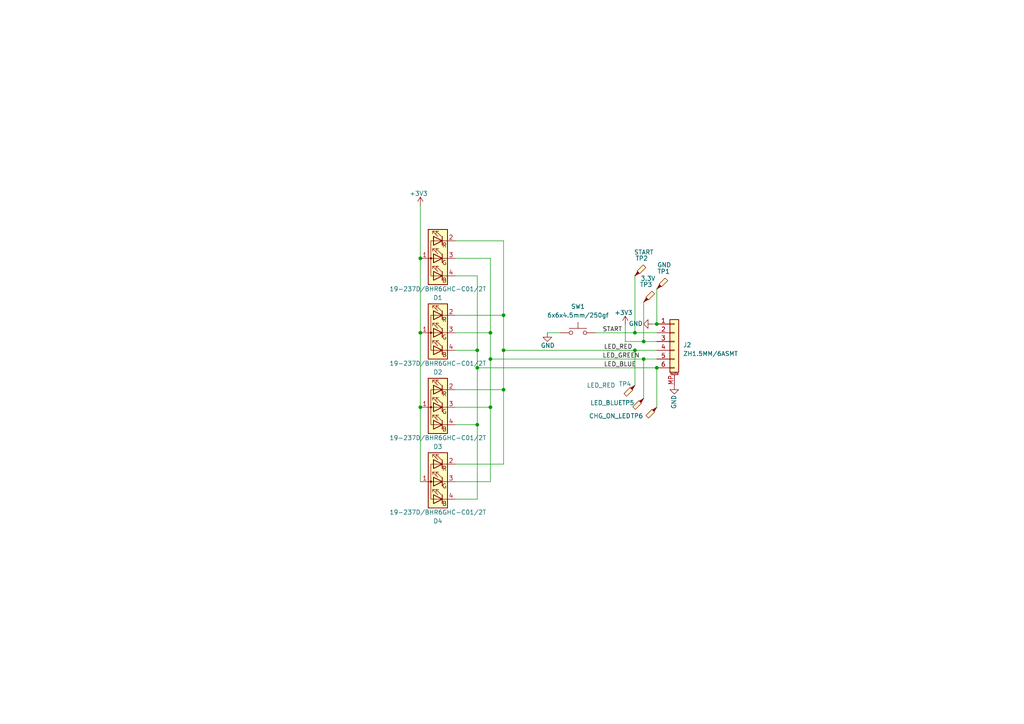
<source format=kicad_sch>
(kicad_sch (version 20231120) (generator "eeschema") (generator_version "8.0")
  (paper "A4")
  (title_block (title "EZS-01-Switch") (date "2022-10-26") (rev "V0.1") (company "Timye"))
  (lib_symbols
    (symbol "Connector:TestPoint_Probe" (pin_numbers hide) (pin_names (offset 0.762) hide)
      (property "Reference" "TP" (at 1.651 5.842 0))
      (property "Value" "TestPoint_Probe" (at 1.651 4.064 0))
      (symbol "TestPoint_Probe_0_1"
        (polyline (pts (xy 1.27 0.762) (xy 0 0) (xy 0.762 1.27) (xy 1.27 0.762)) (fill (type outline)))
        (polyline (pts (xy 1.397 0.635) (xy 0.635 1.397) (xy 2.413 3.175) (xy 3.175 2.413) (xy 1.397 0.635)) (fill (type background)))
      )
      (symbol "TestPoint_Probe_1_1"
        (pin passive line (at 0 0 90) (length 0) (name "1") (number "1"))
      )
    )
    (symbol "Connector_Generic_MountingPin:Conn_01x06_MountingPin" (pin_names (offset 1.016) hide)
      (property "Reference" "J" (at 0 7.62 0))
      (property "Value" "Conn_01x06_MountingPin" (at 1.27 -10.16 0))
      (symbol "Conn_01x06_MountingPin_1_1"
        (rectangle (start -1.27 -7.493) (end 0 -7.747) (stroke (width 0.1524)))
        (rectangle (start -1.27 -4.953) (end 0 -5.207) (stroke (width 0.1524)))
        (rectangle (start -1.27 -2.413) (end 0 -2.667) (stroke (width 0.1524)))
        (rectangle (start -1.27 0.127) (end 0 -0.127) (stroke (width 0.1524)))
        (rectangle (start -1.27 2.667) (end 0 2.413) (stroke (width 0.1524)))
        (rectangle (start -1.27 5.207) (end 0 4.953) (stroke (width 0.1524)))
        (rectangle (start -1.27 6.35) (end 1.27 -8.89) (stroke (width 0.254)) (fill (type background)))
        (polyline (pts (xy -1.016 -9.652) (xy 1.016 -9.652)) (stroke (width 0.1524)))
        (text "Mounting" (at 0 -9.271 0) (effects (font (size 0.381 0.381))))
        (pin passive line (at -5.08 5.08 0) (length 3.81) (name "Pin_1") (number "1"))
        (pin passive line (at -5.08 2.54 0) (length 3.81) (name "Pin_2") (number "2"))
        (pin passive line (at -5.08 0 0) (length 3.81) (name "Pin_3") (number "3"))
        (pin passive line (at -5.08 -2.54 0) (length 3.81) (name "Pin_4") (number "4"))
        (pin passive line (at -5.08 -5.08 0) (length 3.81) (name "Pin_5") (number "5"))
        (pin passive line (at -5.08 -7.62 0) (length 3.81) (name "Pin_6") (number "6"))
        (pin passive line (at 0 -12.7 90) (length 3.048) (name "MountPin") (number "MP"))
      )
    )
    (symbol "Device:LED_ARGB" (pin_names (offset 0) hide)
      (property "Reference" "D" (at 0 9.398 0))
      (property "Value" "LED_ARGB" (at 0 -8.89 0))
      (symbol "LED_ARGB_0_0"
        (text "B" (at -1.905 -6.35 0) (effects (font (size 1.27 1.27))))
        (text "G" (at -1.905 -1.27 0) (effects (font (size 1.27 1.27))))
        (text "R" (at -1.905 3.81 0) (effects (font (size 1.27 1.27))))
      )
      (symbol "LED_ARGB_0_1"
        (polyline (pts (xy -1.27 -5.08) (xy -2.54 -5.08)))
        (polyline (pts (xy -1.27 -5.08) (xy 1.27 -5.08)))
        (polyline (pts (xy -1.27 -3.81) (xy -1.27 -6.35)) (stroke (width 0.254)))
        (polyline (pts (xy -1.27 0) (xy -2.54 0)))
        (polyline (pts (xy -1.27 1.27) (xy -1.27 -1.27)) (stroke (width 0.254)))
        (polyline (pts (xy -1.27 5.08) (xy -2.54 5.08)))
        (polyline (pts (xy -1.27 5.08) (xy 1.27 5.08)))
        (polyline (pts (xy -1.27 6.35) (xy -1.27 3.81)) (stroke (width 0.254)))
        (polyline (pts (xy 1.27 0) (xy -1.27 0)))
        (polyline (pts (xy 1.27 0) (xy 2.54 0)))
        (polyline (pts (xy -1.27 1.27) (xy -1.27 -1.27) (xy -1.27 -1.27)))
        (polyline (pts (xy -1.27 6.35) (xy -1.27 3.81) (xy -1.27 3.81)))
        (polyline (pts (xy 1.27 -5.08) (xy 2.032 -5.08) (xy 2.032 5.08) (xy 1.27 5.08)))
        (polyline (pts (xy 1.27 -3.81) (xy 1.27 -6.35) (xy -1.27 -5.08) (xy 1.27 -3.81)) (stroke (width 0.254)))
        (polyline (pts (xy 1.27 1.27) (xy 1.27 -1.27) (xy -1.27 0) (xy 1.27 1.27)) (stroke (width 0.254)))
        (polyline (pts (xy 1.27 6.35) (xy 1.27 3.81) (xy -1.27 5.08) (xy 1.27 6.35)) (stroke (width 0.254)))
        (polyline (pts (xy -1.016 -3.81) (xy 0.508 -2.286) (xy -0.254 -2.286) (xy 0.508 -2.286) (xy 0.508 -3.048)))
        (polyline (pts (xy -1.016 1.27) (xy 0.508 2.794) (xy -0.254 2.794) (xy 0.508 2.794) (xy 0.508 2.032)))
        (polyline (pts (xy -1.016 6.35) (xy 0.508 7.874) (xy -0.254 7.874) (xy 0.508 7.874) (xy 0.508 7.112)))
        (polyline (pts (xy 0 -3.81) (xy 1.524 -2.286) (xy 0.762 -2.286) (xy 1.524 -2.286) (xy 1.524 -3.048)))
        (polyline (pts (xy 0 1.27) (xy 1.524 2.794) (xy 0.762 2.794) (xy 1.524 2.794) (xy 1.524 2.032)))
        (polyline (pts (xy 0 6.35) (xy 1.524 7.874) (xy 0.762 7.874) (xy 1.524 7.874) (xy 1.524 7.112)))
        (rectangle (start 1.27 -1.27) (end 1.27 1.27))
        (rectangle (start 1.27 1.27) (end 1.27 1.27))
        (rectangle (start 1.27 3.81) (end 1.27 6.35))
        (rectangle (start 1.27 6.35) (end 1.27 6.35))
        (circle (center 2.032 0) (radius 0.254) (fill (type outline)))
        (rectangle (start 2.794 8.382) (end -2.794 -7.62) (stroke (width 0.254)) (fill (type background)))
      )
      (symbol "LED_ARGB_1_1"
        (pin passive line (at 5.08 0 180) (length 2.54) (name "A") (number "1"))
        (pin passive line (at -5.08 5.08 0) (length 2.54) (name "RK") (number "2"))
        (pin passive line (at -5.08 0 0) (length 2.54) (name "GK") (number "3"))
        (pin passive line (at -5.08 -5.08 0) (length 2.54) (name "BK") (number "4"))
      )
    )
    (symbol "Switch:SW_Push" (pin_numbers hide) (pin_names (offset 1.016) hide)
      (property "Reference" "SW" (at 1.27 2.54 0))
      (property "Value" "SW_Push" (at 0 -1.524 0))
      (symbol "SW_Push_0_1"
        (circle (center -2.032 0) (radius 0.508))
        (polyline (pts (xy 0 1.27) (xy 0 3.048)))
        (polyline (pts (xy 2.54 1.27) (xy -2.54 1.27)))
        (circle (center 2.032 0) (radius 0.508))
        (pin passive line (at -5.08 0 0) (length 2.54) (name "1") (number "1"))
        (pin passive line (at 5.08 0 180) (length 2.54) (name "2") (number "2"))
      )
    )
    (symbol "power:+3V3" (power) (pin_names (offset 0))
      (property "Value" "+3V3" (at 0 3.556 0))
      (symbol "+3V3_0_1"
        (polyline (pts (xy -0.762 1.27) (xy 0 2.54)))
        (polyline (pts (xy 0 0) (xy 0 2.54)))
        (polyline (pts (xy 0 2.54) (xy 0.762 1.27)))
      )
      (symbol "+3V3_1_1"
        (pin power_in line (at 0 0 90) (length 0) hide (name "+3V3") (number "1"))
      )
    )
    (symbol "power:GND" (power) (pin_names (offset 0))
      (property "Value" "GND" (at 0 -3.81 0))
      (symbol "GND_0_1"
        (polyline (pts (xy 0 0) (xy 0 -1.27) (xy 1.27 -1.27) (xy 0 -2.54) (xy -1.27 -1.27) (xy 0 -1.27)))
      )
      (symbol "GND_1_1"
        (pin power_in line (at 0 0 270) (length 0) hide (name "GND") (number "1"))
      )
    )
  )
  (junction (at 146.05 91.44))
  (junction (at 121.92 118.11))
  (junction (at 184.15 101.6))
  (junction (at 138.43 101.6))
  (junction (at 184.15 96.52))
  (junction (at 146.05 113.03))
  (junction (at 142.24 118.11))
  (junction (at 186.69 99.06))
  (junction (at 146.05 101.6))
  (junction (at 190.5 93.98))
  (junction (at 142.24 104.14))
  (junction (at 142.24 96.52))
  (junction (at 186.69 104.14))
  (junction (at 138.43 106.68))
  (junction (at 138.43 123.19))
  (junction (at 190.5 106.68))
  (junction (at 121.92 96.52))
  (junction (at 121.92 74.93))
  (wire (pts (xy 146.05 101.6) (xy 146.05 113.03)))
  (wire (pts (xy 184.15 101.6) (xy 184.15 111.76)))
  (wire (pts (xy 189.23 93.98) (xy 190.5 93.98)))
  (wire (pts (xy 184.15 96.52) (xy 190.5 96.52)))
  (wire (pts (xy 162.56 96.52) (xy 158.75 96.52)))
  (wire (pts (xy 132.08 123.19) (xy 138.43 123.19)))
  (wire (pts (xy 138.43 101.6) (xy 138.43 80.01)))
  (wire (pts (xy 132.08 113.03) (xy 146.05 113.03)))
  (wire (pts (xy 138.43 106.68) (xy 138.43 123.19)))
  (wire (pts (xy 190.5 106.68) (xy 190.5 118.11)))
  (wire (pts (xy 121.92 74.93) (xy 121.92 96.52)))
  (wire (pts (xy 146.05 69.85) (xy 132.08 69.85)))
  (wire (pts (xy 142.24 96.52) (xy 142.24 104.14)))
  (wire (pts (xy 132.08 101.6) (xy 138.43 101.6)))
  (wire (pts (xy 186.69 99.06) (xy 190.5 99.06)))
  (wire (pts (xy 172.72 96.52) (xy 184.15 96.52)))
  (wire (pts (xy 186.69 115.57) (xy 186.69 104.14)))
  (wire (pts (xy 132.08 118.11) (xy 142.24 118.11)))
  (wire (pts (xy 186.69 87.63) (xy 186.69 99.06)))
  (wire (pts (xy 190.5 83.82) (xy 190.5 93.98)))
  (wire (pts (xy 121.92 96.52) (xy 121.92 118.11)))
  (wire (pts (xy 142.24 104.14) (xy 142.24 118.11)))
  (wire (pts (xy 142.24 74.93) (xy 142.24 96.52)))
  (wire (pts (xy 138.43 80.01) (xy 132.08 80.01)))
  (wire (pts (xy 142.24 118.11) (xy 142.24 139.7)))
  (wire (pts (xy 121.92 59.69) (xy 121.92 74.93)))
  (wire (pts (xy 121.92 118.11) (xy 121.92 139.7)))
  (wire (pts (xy 146.05 134.62) (xy 132.08 134.62)))
  (wire (pts (xy 181.356 99.06) (xy 181.356 94.234)))
  (wire (pts (xy 138.43 106.68) (xy 190.5 106.68)))
  (wire (pts (xy 138.43 144.78) (xy 132.08 144.78)))
  (wire (pts (xy 146.05 91.44) (xy 146.05 69.85)))
  (wire (pts (xy 132.08 74.93) (xy 142.24 74.93)))
  (wire (pts (xy 142.24 139.7) (xy 132.08 139.7)))
  (wire (pts (xy 142.24 104.14) (xy 186.69 104.14)))
  (wire (pts (xy 146.05 101.6) (xy 146.05 91.44)))
  (wire (pts (xy 186.69 104.14) (xy 190.5 104.14)))
  (wire (pts (xy 146.05 113.03) (xy 146.05 134.62)))
  (wire (pts (xy 184.15 101.6) (xy 190.5 101.6)))
  (wire (pts (xy 181.356 99.06) (xy 186.69 99.06)))
  (wire (pts (xy 146.05 101.6) (xy 184.15 101.6)))
  (wire (pts (xy 132.08 96.52) (xy 142.24 96.52)))
  (wire (pts (xy 184.15 80.01) (xy 184.15 96.52)))
  (wire (pts (xy 138.43 106.68) (xy 138.43 101.6)))
  (wire (pts (xy 132.08 91.44) (xy 146.05 91.44)))
  (wire (pts (xy 138.43 123.19) (xy 138.43 144.78)))
  (label "LED_BLUE" (at 175.133 106.68 0))
  (label "LED_GREEN" (at 174.752 104.14 0))
  (label "LED_RED" (at 175.133 101.6 0))
  (label "START" (at 174.752 96.52 0))
  (symbol (lib_id "Connector:TestPoint_Probe") (at 190.5 118.11 180) (unit 1)
    (property "Reference" "TP6" (at 182.88 120.65 0) (effects (justify right)))
    (property "Value" "CHG_ON_LED" (at 170.815 120.65 0) (effects (justify right)))
    (property "Footprint" "TestPoint:TestPoint_Pad_D1.0mm" (effects (hide yes)))
  )
  (symbol (lib_id "Connector:TestPoint_Probe") (at 190.5 83.82 0) (unit 1)
    (property "Reference" "TP1" (at 194.31 78.74 0) (effects (justify right)))
    (property "Value" "GND" (at 194.691 76.835 0) (effects (justify right)))
    (property "Footprint" "TestPoint:TestPoint_Pad_D1.0mm" (effects (hide yes)))
  )
  (symbol (lib_id "Device:LED_ARGB") (at 127 96.52 0) (mirror y) (unit 1)
    (property "Reference" "D2" (at 127 107.95 0))
    (property "Value" "19-237D/BHR6GHC-C01/2T" (at 127 105.41 0))
    (property "Footprint" "Ovo_LED_SMD:LED_Everlight_ARGB_1.6x1.6mm" (effects (hide yes)))
  )
  (symbol (lib_id "Connector_Generic_MountingPin:Conn_01x06_MountingPin") (at 195.58 99.06 0) (unit 1)
    (property "Reference" "J2" (at 198.12 100.0506 0) (effects (justify left)))
    (property "Value" "ZH1.5MM/6ASMT" (at 198.12 102.5906 0) (effects (justify left)))
    (property "Footprint" "Ovo_Connector_JST:JST_ZH_B6B-ZR-SM4-TF_1x06-1MP_P1.50mm_Vertical" (effects (hide yes)))
  )
  (symbol (lib_id "Connector:TestPoint_Probe") (at 186.69 115.57 180) (unit 1)
    (property "Reference" "TP5" (at 180.34 116.84 0) (effects (justify right)))
    (property "Value" "LED_BLUE" (at 171.196 116.84 0) (effects (justify right)))
    (property "Footprint" "TestPoint:TestPoint_Pad_D1.0mm" (effects (hide yes)))
  )
  (symbol (lib_id "Switch:SW_Push") (at 167.64 96.52 0) (unit 1)
    (property "Reference" "SW1" (at 167.64 88.9 0))
    (property "Value" "6x6x4.5mm/250gf" (at 167.64 91.44 0))
    (property "Footprint" "Ovo_Button_Switch_SMD:SW_Push_1P1T_NO_6x6mm_H4.5mm" (effects (hide yes)))
  )
  (symbol (lib_id "power:GND") (at 189.23 93.98 270) (unit 1)
    (property "Reference" "#PWR03" (effects (hide yes)))
    (property "Value" "GND" (at 186.436 93.853 90) (effects (justify right)))
  )
  (symbol (lib_id "Connector:TestPoint_Probe") (at 184.15 80.01 0) (unit 1)
    (property "Reference" "TP2" (at 187.96 74.93 0) (effects (justify right)))
    (property "Value" "START" (at 189.611 73.152 0) (effects (justify right)))
    (property "Footprint" "TestPoint:TestPoint_Pad_D1.0mm" (effects (hide yes)))
  )
  (symbol (lib_id "Connector:TestPoint_Probe") (at 184.15 111.76 180) (unit 1)
    (property "Reference" "TP4" (at 179.451 111.379 0) (effects (justify right)))
    (property "Value" "LED_RED" (at 170.18 111.76 0) (effects (justify right)))
    (property "Footprint" "TestPoint:TestPoint_Pad_D1.0mm" (effects (hide yes)))
  )
  (symbol (lib_id "Connector:TestPoint_Probe") (at 186.69 87.63 0) (unit 1)
    (property "Reference" "TP3" (at 189.23 82.55 0) (effects (justify right)))
    (property "Value" "3.3V" (at 190.119 80.772 0) (effects (justify right)))
    (property "Footprint" "TestPoint:TestPoint_Pad_D1.0mm" (effects (hide yes)))
  )
  (symbol (lib_id "power:+3V3") (at 181.356 94.234 0) (unit 1)
    (property "Reference" "#PWR02" (effects (hide yes)))
    (property "Value" "+3V3" (at 180.848 90.678 0))
  )
  (symbol (lib_id "Device:LED_ARGB") (at 127 139.7 0) (mirror y) (unit 1)
    (property "Reference" "D4" (at 127 151.13 0))
    (property "Value" "19-237D/BHR6GHC-C01/2T" (at 127 148.59 0))
    (property "Footprint" "Ovo_LED_SMD:LED_Everlight_ARGB_1.6x1.6mm" (effects (hide yes)))
  )
  (symbol (lib_id "Device:LED_ARGB") (at 127 74.93 0) (mirror y) (unit 1)
    (property "Reference" "D1" (at 127 86.36 0))
    (property "Value" "19-237D/BHR6GHC-C01/2T" (at 127 83.82 0))
    (property "Footprint" "Ovo_LED_SMD:LED_Everlight_ARGB_1.6x1.6mm" (effects (hide yes)))
  )
  (symbol (lib_id "Device:LED_ARGB") (at 127 118.11 0) (mirror y) (unit 1)
    (property "Reference" "D3" (at 127 129.54 0))
    (property "Value" "19-237D/BHR6GHC-C01/2T" (at 127 127 0))
    (property "Footprint" "Ovo_LED_SMD:LED_Everlight_ARGB_1.6x1.6mm" (effects (hide yes)))
  )
  (symbol (lib_id "power:GND") (at 158.75 96.52 0) (unit 1)
    (property "Reference" "#PWR01" (effects (hide yes)))
    (property "Value" "GND" (at 158.877 100.203 0))
  )
  (symbol (lib_id "power:GND") (at 195.58 111.76 0) (unit 1)
    (property "Reference" "#PWR05" (effects (hide yes)))
    (property "Value" "GND" (at 195.453 114.554 90) (effects (justify right)))
  )
  (symbol (lib_id "power:+3V3") (at 121.92 59.69 0) (unit 1)
    (property "Reference" "#PWR04" (effects (hide yes)))
    (property "Value" "+3V3" (at 121.412 56.134 0))
  )
)
</source>
